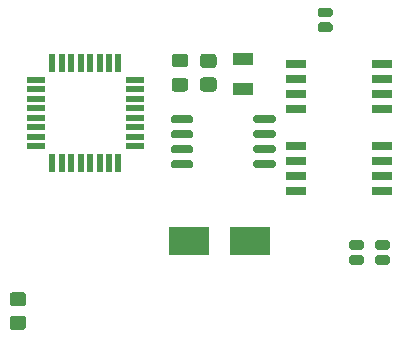
<source format=gtp>
%TF.GenerationSoftware,KiCad,Pcbnew,(5.1.10-1-10_14)*%
%TF.CreationDate,2021-08-15T15:03:56-03:00*%
%TF.ProjectId,bacee,62616365-652e-46b6-9963-61645f706362,1*%
%TF.SameCoordinates,Original*%
%TF.FileFunction,Paste,Top*%
%TF.FilePolarity,Positive*%
%FSLAX46Y46*%
G04 Gerber Fmt 4.6, Leading zero omitted, Abs format (unit mm)*
G04 Created by KiCad (PCBNEW (5.1.10-1-10_14)) date 2021-08-15 15:03:56*
%MOMM*%
%LPD*%
G01*
G04 APERTURE LIST*
%ADD10R,1.700000X0.650000*%
%ADD11R,1.500000X0.550000*%
%ADD12R,0.550000X1.500000*%
%ADD13R,1.800000X1.000000*%
%ADD14R,3.500000X2.400000*%
G04 APERTURE END LIST*
%TO.C,C1*%
G36*
G01*
X92887250Y-124608500D02*
X92024750Y-124608500D01*
G75*
G02*
X91816000Y-124399750I0J208750D01*
G01*
X91816000Y-123982250D01*
G75*
G02*
X92024750Y-123773500I208750J0D01*
G01*
X92887250Y-123773500D01*
G75*
G02*
X93096000Y-123982250I0J-208750D01*
G01*
X93096000Y-124399750D01*
G75*
G02*
X92887250Y-124608500I-208750J0D01*
G01*
G37*
G36*
G01*
X92887250Y-123353500D02*
X92024750Y-123353500D01*
G75*
G02*
X91816000Y-123144750I0J208750D01*
G01*
X91816000Y-122727250D01*
G75*
G02*
X92024750Y-122518500I208750J0D01*
G01*
X92887250Y-122518500D01*
G75*
G02*
X93096000Y-122727250I0J-208750D01*
G01*
X93096000Y-123144750D01*
G75*
G02*
X92887250Y-123353500I-208750J0D01*
G01*
G37*
%TD*%
%TO.C,C2*%
G36*
G01*
X95046250Y-123353500D02*
X94183750Y-123353500D01*
G75*
G02*
X93975000Y-123144750I0J208750D01*
G01*
X93975000Y-122727250D01*
G75*
G02*
X94183750Y-122518500I208750J0D01*
G01*
X95046250Y-122518500D01*
G75*
G02*
X95255000Y-122727250I0J-208750D01*
G01*
X95255000Y-123144750D01*
G75*
G02*
X95046250Y-123353500I-208750J0D01*
G01*
G37*
G36*
G01*
X95046250Y-124608500D02*
X94183750Y-124608500D01*
G75*
G02*
X93975000Y-124399750I0J208750D01*
G01*
X93975000Y-123982250D01*
G75*
G02*
X94183750Y-123773500I208750J0D01*
G01*
X95046250Y-123773500D01*
G75*
G02*
X95255000Y-123982250I0J-208750D01*
G01*
X95255000Y-124399750D01*
G75*
G02*
X95046250Y-124608500I-208750J0D01*
G01*
G37*
%TD*%
%TO.C,C3*%
G36*
G01*
X89357750Y-102833500D02*
X90220250Y-102833500D01*
G75*
G02*
X90429000Y-103042250I0J-208750D01*
G01*
X90429000Y-103459750D01*
G75*
G02*
X90220250Y-103668500I-208750J0D01*
G01*
X89357750Y-103668500D01*
G75*
G02*
X89149000Y-103459750I0J208750D01*
G01*
X89149000Y-103042250D01*
G75*
G02*
X89357750Y-102833500I208750J0D01*
G01*
G37*
G36*
G01*
X89357750Y-104088500D02*
X90220250Y-104088500D01*
G75*
G02*
X90429000Y-104297250I0J-208750D01*
G01*
X90429000Y-104714750D01*
G75*
G02*
X90220250Y-104923500I-208750J0D01*
G01*
X89357750Y-104923500D01*
G75*
G02*
X89149000Y-104714750I0J208750D01*
G01*
X89149000Y-104297250D01*
G75*
G02*
X89357750Y-104088500I208750J0D01*
G01*
G37*
%TD*%
%TO.C,D1*%
G36*
G01*
X77920001Y-109940000D02*
X77019999Y-109940000D01*
G75*
G02*
X76770000Y-109690001I0J249999D01*
G01*
X76770000Y-109039999D01*
G75*
G02*
X77019999Y-108790000I249999J0D01*
G01*
X77920001Y-108790000D01*
G75*
G02*
X78170000Y-109039999I0J-249999D01*
G01*
X78170000Y-109690001D01*
G75*
G02*
X77920001Y-109940000I-249999J0D01*
G01*
G37*
G36*
G01*
X77920001Y-107890000D02*
X77019999Y-107890000D01*
G75*
G02*
X76770000Y-107640001I0J249999D01*
G01*
X76770000Y-106989999D01*
G75*
G02*
X77019999Y-106740000I249999J0D01*
G01*
X77920001Y-106740000D01*
G75*
G02*
X78170000Y-106989999I0J-249999D01*
G01*
X78170000Y-107640001D01*
G75*
G02*
X77920001Y-107890000I-249999J0D01*
G01*
G37*
%TD*%
%TO.C,R1*%
G36*
G01*
X80333001Y-109947000D02*
X79432999Y-109947000D01*
G75*
G02*
X79183000Y-109697001I0J249999D01*
G01*
X79183000Y-108996999D01*
G75*
G02*
X79432999Y-108747000I249999J0D01*
G01*
X80333001Y-108747000D01*
G75*
G02*
X80583000Y-108996999I0J-249999D01*
G01*
X80583000Y-109697001D01*
G75*
G02*
X80333001Y-109947000I-249999J0D01*
G01*
G37*
G36*
G01*
X80333001Y-107947000D02*
X79432999Y-107947000D01*
G75*
G02*
X79183000Y-107697001I0J249999D01*
G01*
X79183000Y-106996999D01*
G75*
G02*
X79432999Y-106747000I249999J0D01*
G01*
X80333001Y-106747000D01*
G75*
G02*
X80583000Y-106996999I0J-249999D01*
G01*
X80583000Y-107697001D01*
G75*
G02*
X80333001Y-107947000I-249999J0D01*
G01*
G37*
%TD*%
%TO.C,R2*%
G36*
G01*
X63303999Y-128924000D02*
X64204001Y-128924000D01*
G75*
G02*
X64454000Y-129173999I0J-249999D01*
G01*
X64454000Y-129874001D01*
G75*
G02*
X64204001Y-130124000I-249999J0D01*
G01*
X63303999Y-130124000D01*
G75*
G02*
X63054000Y-129874001I0J249999D01*
G01*
X63054000Y-129173999D01*
G75*
G02*
X63303999Y-128924000I249999J0D01*
G01*
G37*
G36*
G01*
X63303999Y-126924000D02*
X64204001Y-126924000D01*
G75*
G02*
X64454000Y-127173999I0J-249999D01*
G01*
X64454000Y-127874001D01*
G75*
G02*
X64204001Y-128124000I-249999J0D01*
G01*
X63303999Y-128124000D01*
G75*
G02*
X63054000Y-127874001I0J249999D01*
G01*
X63054000Y-127173999D01*
G75*
G02*
X63303999Y-126924000I249999J0D01*
G01*
G37*
%TD*%
D10*
%TO.C,U1*%
X87282000Y-107569000D03*
X87282000Y-108839000D03*
X87282000Y-110109000D03*
X87282000Y-111379000D03*
X94582000Y-111379000D03*
X94582000Y-110109000D03*
X94582000Y-108839000D03*
X94582000Y-107569000D03*
%TD*%
%TO.C,U2*%
X94582000Y-114554000D03*
X94582000Y-115824000D03*
X94582000Y-117094000D03*
X94582000Y-118364000D03*
X87282000Y-118364000D03*
X87282000Y-117094000D03*
X87282000Y-115824000D03*
X87282000Y-114554000D03*
%TD*%
%TO.C,U3*%
G36*
G01*
X85603000Y-115928000D02*
X85603000Y-116228000D01*
G75*
G02*
X85453000Y-116378000I-150000J0D01*
G01*
X83853000Y-116378000D01*
G75*
G02*
X83703000Y-116228000I0J150000D01*
G01*
X83703000Y-115928000D01*
G75*
G02*
X83853000Y-115778000I150000J0D01*
G01*
X85453000Y-115778000D01*
G75*
G02*
X85603000Y-115928000I0J-150000D01*
G01*
G37*
G36*
G01*
X85603000Y-114658000D02*
X85603000Y-114958000D01*
G75*
G02*
X85453000Y-115108000I-150000J0D01*
G01*
X83853000Y-115108000D01*
G75*
G02*
X83703000Y-114958000I0J150000D01*
G01*
X83703000Y-114658000D01*
G75*
G02*
X83853000Y-114508000I150000J0D01*
G01*
X85453000Y-114508000D01*
G75*
G02*
X85603000Y-114658000I0J-150000D01*
G01*
G37*
G36*
G01*
X85603000Y-113388000D02*
X85603000Y-113688000D01*
G75*
G02*
X85453000Y-113838000I-150000J0D01*
G01*
X83853000Y-113838000D01*
G75*
G02*
X83703000Y-113688000I0J150000D01*
G01*
X83703000Y-113388000D01*
G75*
G02*
X83853000Y-113238000I150000J0D01*
G01*
X85453000Y-113238000D01*
G75*
G02*
X85603000Y-113388000I0J-150000D01*
G01*
G37*
G36*
G01*
X85603000Y-112118000D02*
X85603000Y-112418000D01*
G75*
G02*
X85453000Y-112568000I-150000J0D01*
G01*
X83853000Y-112568000D01*
G75*
G02*
X83703000Y-112418000I0J150000D01*
G01*
X83703000Y-112118000D01*
G75*
G02*
X83853000Y-111968000I150000J0D01*
G01*
X85453000Y-111968000D01*
G75*
G02*
X85603000Y-112118000I0J-150000D01*
G01*
G37*
G36*
G01*
X78603000Y-112118000D02*
X78603000Y-112418000D01*
G75*
G02*
X78453000Y-112568000I-150000J0D01*
G01*
X76853000Y-112568000D01*
G75*
G02*
X76703000Y-112418000I0J150000D01*
G01*
X76703000Y-112118000D01*
G75*
G02*
X76853000Y-111968000I150000J0D01*
G01*
X78453000Y-111968000D01*
G75*
G02*
X78603000Y-112118000I0J-150000D01*
G01*
G37*
G36*
G01*
X78603000Y-113388000D02*
X78603000Y-113688000D01*
G75*
G02*
X78453000Y-113838000I-150000J0D01*
G01*
X76853000Y-113838000D01*
G75*
G02*
X76703000Y-113688000I0J150000D01*
G01*
X76703000Y-113388000D01*
G75*
G02*
X76853000Y-113238000I150000J0D01*
G01*
X78453000Y-113238000D01*
G75*
G02*
X78603000Y-113388000I0J-150000D01*
G01*
G37*
G36*
G01*
X78603000Y-114658000D02*
X78603000Y-114958000D01*
G75*
G02*
X78453000Y-115108000I-150000J0D01*
G01*
X76853000Y-115108000D01*
G75*
G02*
X76703000Y-114958000I0J150000D01*
G01*
X76703000Y-114658000D01*
G75*
G02*
X76853000Y-114508000I150000J0D01*
G01*
X78453000Y-114508000D01*
G75*
G02*
X78603000Y-114658000I0J-150000D01*
G01*
G37*
G36*
G01*
X78603000Y-115928000D02*
X78603000Y-116228000D01*
G75*
G02*
X78453000Y-116378000I-150000J0D01*
G01*
X76853000Y-116378000D01*
G75*
G02*
X76703000Y-116228000I0J150000D01*
G01*
X76703000Y-115928000D01*
G75*
G02*
X76853000Y-115778000I150000J0D01*
G01*
X78453000Y-115778000D01*
G75*
G02*
X78603000Y-115928000I0J-150000D01*
G01*
G37*
%TD*%
D11*
%TO.C,U4*%
X73669000Y-114560000D03*
D12*
X66669000Y-115960000D03*
X67469000Y-115960000D03*
X68269000Y-115960000D03*
X69069000Y-115960000D03*
X69869000Y-115960000D03*
X70669000Y-115960000D03*
X71469000Y-115960000D03*
X72269000Y-115960000D03*
D11*
X73669000Y-113760000D03*
X73669000Y-112960000D03*
X73669000Y-112160000D03*
X73669000Y-111360000D03*
X73669000Y-110560000D03*
X73669000Y-109760000D03*
X73669000Y-108960000D03*
D12*
X72269000Y-107560000D03*
X71469000Y-107560000D03*
X70669000Y-107560000D03*
X69869000Y-107560000D03*
X69069000Y-107560000D03*
X68269000Y-107560000D03*
X67469000Y-107560000D03*
X66669000Y-107560000D03*
D11*
X65269000Y-108960000D03*
X65269000Y-109760000D03*
X65269000Y-110560000D03*
X65269000Y-111360000D03*
X65269000Y-112160000D03*
X65269000Y-112960000D03*
X65269000Y-113760000D03*
X65269000Y-114560000D03*
%TD*%
D13*
%TO.C,Y1*%
X82804000Y-109688000D03*
X82804000Y-107188000D03*
%TD*%
D14*
%TO.C,Y2*%
X78232000Y-122555000D03*
X83432000Y-122555000D03*
%TD*%
M02*

</source>
